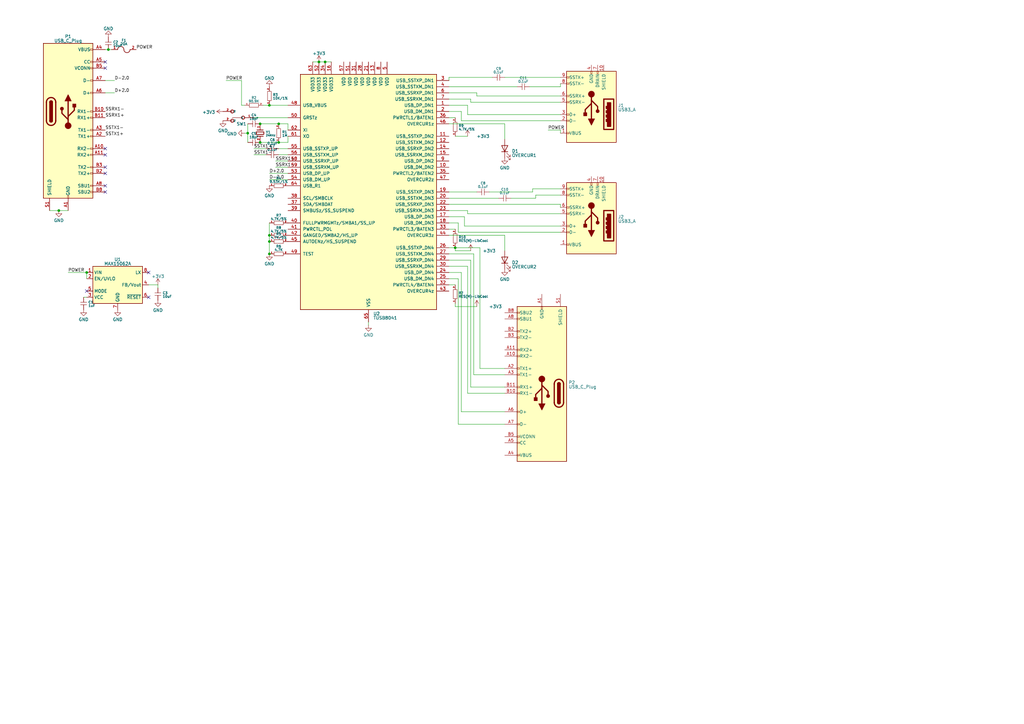
<source format=kicad_sch>
(kicad_sch (version 20220126) (generator eeschema)
  (paper "A3")
  (lib_symbols
    (symbol "Connector:USB3_A" (pin_names (offset 1.016))
      (property "Reference" "J" (at -10.16 15.24 0))
      (property "Value" "USB3_A" (at 10.16 15.24 0))
      (symbol "USB3_A_0_0"
        (rectangle (start -9.144 8.636) (end -5.08 -3.81) (stroke (width 0.508)))
        (rectangle (start -7.874 7.366) (end -6.604 -2.286) (stroke (width 0.508)) (fill (type outline)))
        (rectangle (start -6.35 0) (end -6.096 -0.762) (stroke (width 0.508)))
        (rectangle (start -6.35 1.778) (end -6.096 1.016) (stroke (width 0.508)))
        (rectangle (start -6.35 3.556) (end -6.096 2.794) (stroke (width 0.508)))
        (rectangle (start -6.35 5.334) (end -6.096 4.572) (stroke (width 0.508)))
        (rectangle (start -2.794 -15.24) (end -2.286 -14.224))
        (rectangle (start -0.254 -15.24) (end 0.254 -14.224))
        (rectangle (start 10.16 -12.446) (end 9.144 -12.954))
        (rectangle (start 10.16 -9.906) (end 9.144 -10.414))
        (rectangle (start 10.16 -4.826) (end 9.144 -5.334))
        (rectangle (start 10.16 -2.286) (end 9.144 -2.794))
        (rectangle (start 10.16 2.794) (end 9.144 2.286))
        (rectangle (start 10.16 5.334) (end 9.144 4.826))
        (rectangle (start 10.16 10.414) (end 9.144 9.906))
      )
      (symbol "USB3_A_0_1"
        (rectangle (start -10.16 13.97) (end 10.16 -15.24) (stroke (width 0.254)) (fill (type background)))
      )
      (symbol "USB3_A_1_1"
        (circle (center -2.54 1.143) (radius 0.635) (stroke (width 0.254)) (fill (type outline)))
        (circle (center 0 -5.842) (radius 1.27) (fill (type outline)))
        (polyline (pts (xy 0 -5.842) (xy 0 4.318)) (stroke (width 0.508)))
        (polyline (pts (xy 0 -3.302) (xy -2.54 -0.762) (xy -2.54 0.508)) (stroke (width 0.508)))
        (polyline (pts (xy 0 -2.032) (xy 2.54 0.508) (xy 2.54 1.778)) (stroke (width 0.508)))
        (polyline (pts (xy -1.27 4.318) (xy 0 6.858) (xy 1.27 4.318) (xy -1.27 4.318)) (stroke (width 0.254)) (fill (type outline)))
        (rectangle (start 1.905 1.778) (end 3.175 3.048) (stroke (width 0.254)) (fill (type outline)))
        (pin power_in line (at 12.7 10.16 180) (length 2.54) (name "VBUS") (number "1"))
        (pin passive line (at -5.08 -17.78 90) (length 2.54) (name "SHIELD") (number "10"))
        (pin bidirectional line (at 12.7 5.08 180) (length 2.54) (name "D-") (number "2"))
        (pin bidirectional line (at 12.7 2.54 180) (length 2.54) (name "D+") (number "3"))
        (pin power_in line (at 0 -17.78 90) (length 2.54) (name "GND") (number "4"))
        (pin output line (at 12.7 -2.54 180) (length 2.54) (name "SSRX-") (number "5"))
        (pin output line (at 12.7 -5.08 180) (length 2.54) (name "SSRX+") (number "6"))
        (pin passive line (at -2.54 -17.78 90) (length 2.54) (name "DRAIN") (number "7"))
        (pin input line (at 12.7 -10.16 180) (length 2.54) (name "SSTX-") (number "8"))
        (pin input line (at 12.7 -12.7 180) (length 2.54) (name "SSTX+") (number "9"))
      )
    )
    (symbol "Connector:USB_C_Plug" (pin_names (offset 1.016))
      (property "Reference" "P" (at -10.16 29.21 0))
      (property "Value" "USB_C_Plug" (at 10.16 29.21 0))
      (symbol "USB_C_Plug_0_0"
        (rectangle (start -0.254 -35.56) (end 0.254 -34.544))
        (rectangle (start 10.16 -32.766) (end 9.144 -33.274))
        (rectangle (start 10.16 -30.226) (end 9.144 -30.734))
        (rectangle (start 10.16 -25.146) (end 9.144 -25.654))
        (rectangle (start 10.16 -22.606) (end 9.144 -23.114))
        (rectangle (start 10.16 -17.526) (end 9.144 -18.034))
        (rectangle (start 10.16 -14.986) (end 9.144 -15.494))
        (rectangle (start 10.16 -9.906) (end 9.144 -10.414))
        (rectangle (start 10.16 -7.366) (end 9.144 -7.874))
        (rectangle (start 10.16 -2.286) (end 9.144 -2.794))
        (rectangle (start 10.16 0.254) (end 9.144 -0.254))
        (rectangle (start 10.16 7.874) (end 9.144 7.366))
        (rectangle (start 10.16 12.954) (end 9.144 12.446))
        (rectangle (start 10.16 18.034) (end 9.144 17.526))
        (rectangle (start 10.16 20.574) (end 9.144 20.066))
        (rectangle (start 10.16 25.654) (end 9.144 25.146))
      )
      (symbol "USB_C_Plug_0_1"
        (rectangle (start -10.16 27.94) (end 10.16 -35.56) (stroke (width 0.254)) (fill (type background)))
        (arc (start -8.89 -3.81) (mid -6.985 -5.7067) (end -5.08 -3.81) (stroke (width 0.508)))
        (arc (start -7.62 -3.81) (mid -6.985 -4.4422) (end -6.35 -3.81) (stroke (width 0.254)))
        (arc (start -7.62 -3.81) (mid -6.985 -4.4422) (end -6.35 -3.81) (stroke (width 0.254)) (fill (type outline)))
        (rectangle (start -7.62 -3.81) (end -6.35 3.81) (stroke (width 0.254)) (fill (type outline)))
        (arc (start -6.35 3.81) (mid -6.985 4.4422) (end -7.62 3.81) (stroke (width 0.254)))
        (arc (start -6.35 3.81) (mid -6.985 4.4422) (end -7.62 3.81) (stroke (width 0.254)) (fill (type outline)))
        (arc (start -5.08 3.81) (mid -6.985 5.7067) (end -8.89 3.81) (stroke (width 0.508)))
        (polyline (pts (xy -8.89 -3.81) (xy -8.89 3.81)) (stroke (width 0.508)))
        (polyline (pts (xy -5.08 3.81) (xy -5.08 -3.81)) (stroke (width 0.508)))
      )
      (symbol "USB_C_Plug_1_1"
        (circle (center -2.54 1.143) (radius 0.635) (stroke (width 0.254)) (fill (type outline)))
        (circle (center 0 -5.842) (radius 1.27) (fill (type outline)))
        (polyline (pts (xy 0 -5.842) (xy 0 4.318)) (stroke (width 0.508)))
        (polyline (pts (xy 0 -3.302) (xy -2.54 -0.762) (xy -2.54 0.508)) (stroke (width 0.508)))
        (polyline (pts (xy 0 -2.032) (xy 2.54 0.508) (xy 2.54 1.778)) (stroke (width 0.508)))
        (polyline (pts (xy -1.27 4.318) (xy 0 6.858) (xy 1.27 4.318) (xy -1.27 4.318)) (stroke (width 0.254)) (fill (type outline)))
        (rectangle (start 1.905 1.778) (end 3.175 3.048) (stroke (width 0.254)) (fill (type outline)))
        (pin passive line (at 0 -40.64 90) (length 5.08) (name "GND") (number "A1"))
        (pin bidirectional line (at 15.24 -15.24 180) (length 5.08) (name "RX2-") (number "A10"))
        (pin bidirectional line (at 15.24 -17.78 180) (length 5.08) (name "RX2+") (number "A11"))
        (pin passive line (at 0 -40.64 90) (length 5.08) hide (name "GND") (number "A12"))
        (pin bidirectional line (at 15.24 -10.16 180) (length 5.08) (name "TX1+") (number "A2"))
        (pin bidirectional line (at 15.24 -7.62 180) (length 5.08) (name "TX1-") (number "A3"))
        (pin passive line (at 15.24 25.4 180) (length 5.08) (name "VBUS") (number "A4"))
        (pin bidirectional line (at 15.24 20.32 180) (length 5.08) (name "CC") (number "A5"))
        (pin bidirectional line (at 15.24 7.62 180) (length 5.08) (name "D+") (number "A6"))
        (pin bidirectional line (at 15.24 12.7 180) (length 5.08) (name "D-") (number "A7"))
        (pin bidirectional line (at 15.24 -30.48 180) (length 5.08) (name "SBU1") (number "A8"))
        (pin passive line (at 15.24 25.4 180) (length 5.08) hide (name "VBUS") (number "A9"))
        (pin passive line (at 0 -40.64 90) (length 5.08) hide (name "GND") (number "B1"))
        (pin bidirectional line (at 15.24 0 180) (length 5.08) (name "RX1-") (number "B10"))
        (pin bidirectional line (at 15.24 -2.54 180) (length 5.08) (name "RX1+") (number "B11"))
        (pin passive line (at 0 -40.64 90) (length 5.08) hide (name "GND") (number "B12"))
        (pin bidirectional line (at 15.24 -25.4 180) (length 5.08) (name "TX2+") (number "B2"))
        (pin bidirectional line (at 15.24 -22.86 180) (length 5.08) (name "TX2-") (number "B3"))
        (pin passive line (at 15.24 25.4 180) (length 5.08) hide (name "VBUS") (number "B4"))
        (pin bidirectional line (at 15.24 17.78 180) (length 5.08) (name "VCONN") (number "B5"))
        (pin bidirectional line (at 15.24 -33.02 180) (length 5.08) (name "SBU2") (number "B8"))
        (pin passive line (at 15.24 25.4 180) (length 5.08) hide (name "VBUS") (number "B9"))
        (pin passive line (at -7.62 -40.64 90) (length 5.08) (name "SHIELD") (number "S1"))
      )
    )
    (symbol "Device:LED" (pin_numbers hide) (pin_names (offset 1.016) hide)
      (property "Reference" "D" (at 0 2.54 0))
      (property "Value" "LED" (at 0 -2.54 0))
      (symbol "LED_0_1"
        (polyline (pts (xy -1.27 -1.27) (xy -1.27 1.27)) (stroke (width 0.254)))
        (polyline (pts (xy -1.27 0) (xy 1.27 0)))
        (polyline (pts (xy 1.27 -1.27) (xy 1.27 1.27) (xy -1.27 0) (xy 1.27 -1.27)) (stroke (width 0.254)))
        (polyline (pts (xy -3.048 -0.762) (xy -4.572 -2.286) (xy -3.81 -2.286) (xy -4.572 -2.286) (xy -4.572 -1.524)))
        (polyline (pts (xy -1.778 -0.762) (xy -3.302 -2.286) (xy -2.54 -2.286) (xy -3.302 -2.286) (xy -3.302 -1.524)))
      )
      (symbol "LED_1_1"
        (pin passive line (at -3.81 0 0) (length 2.54) (name "K") (number "1"))
        (pin passive line (at 3.81 0 180) (length 2.54) (name "A") (number "2"))
      )
    )
    (symbol "Interface_USB:TUSB8041" (pin_names (offset 1.016))
      (property "Reference" "U" (at 15.24 53.34 0))
      (property "Value" "TUSB8041" (at 15.24 50.8 0))
      (symbol "TUSB8041_0_1"
        (rectangle (start -27.94 48.26) (end 27.94 -48.26) (stroke (width 0.254)) (fill (type background)))
      )
      (symbol "TUSB8041_1_1"
        (pin bidirectional line (at 33.02 35.56 180) (length 5.08) (name "USB_DP_DN1") (number "1"))
        (pin bidirectional line (at 33.02 10.16 180) (length 5.08) (name "USB_DM_DN2") (number "10"))
        (pin output line (at 33.02 22.86 180) (length 5.08) (name "USB_SSTXP_DN2") (number "11"))
        (pin output line (at 33.02 20.32 180) (length 5.08) (name "USB_SSTXM_DN2") (number "12"))
        (pin power_in line (at 2.54 53.34 270) (length 5.08) (name "VDD") (number "13"))
        (pin input line (at 33.02 17.78 180) (length 5.08) (name "USB_SSRXP_DN2") (number "14"))
        (pin input line (at 33.02 15.24 180) (length 5.08) (name "USB_SSRXM_DN2") (number "15"))
        (pin power_in line (at -15.24 53.34 270) (length 5.08) (name "VDD33") (number "16"))
        (pin bidirectional line (at 33.02 -10.16 180) (length 5.08) (name "USB_DP_DN3") (number "17"))
        (pin bidirectional line (at 33.02 -12.7 180) (length 5.08) (name "USB_DM_DN3") (number "18"))
        (pin output line (at 33.02 0 180) (length 5.08) (name "USB_SSTXP_DN3") (number "19"))
        (pin bidirectional line (at 33.02 33.02 180) (length 5.08) (name "USB_DM_DN1") (number "2"))
        (pin output line (at 33.02 -2.54 180) (length 5.08) (name "USB_SSTXM_DN3") (number "20"))
        (pin power_in line (at 0 53.34 270) (length 5.08) (name "VDD") (number "21"))
        (pin input line (at 33.02 -5.08 180) (length 5.08) (name "USB_SSRXP_DN3") (number "22"))
        (pin input line (at 33.02 -7.62 180) (length 5.08) (name "USB_SSRXM_DN3") (number "23"))
        (pin bidirectional line (at 33.02 -33.02 180) (length 5.08) (name "USB_DP_DN4") (number "24"))
        (pin bidirectional line (at 33.02 -35.56 180) (length 5.08) (name "USB_DM_DN4") (number "25"))
        (pin output line (at 33.02 -22.86 180) (length 5.08) (name "USB_SSTXP_DN4") (number "26"))
        (pin output line (at 33.02 -25.4 180) (length 5.08) (name "USB_SSTXM_DN4") (number "27"))
        (pin power_in line (at -2.54 53.34 270) (length 5.08) (name "VDD") (number "28"))
        (pin input line (at 33.02 -27.94 180) (length 5.08) (name "USB_SSRXP_DN4") (number "29"))
        (pin output line (at 33.02 45.72 180) (length 5.08) (name "USB_SSTXP_DN1") (number "3"))
        (pin input line (at 33.02 -30.48 180) (length 5.08) (name "USB_SSRXM_DN4") (number "30"))
        (pin power_in line (at -5.08 53.34 270) (length 5.08) (name "VDD") (number "31"))
        (pin bidirectional line (at 33.02 -38.1 180) (length 5.08) (name "PWRCTL4/BATEN4") (number "32"))
        (pin bidirectional line (at 33.02 -15.24 180) (length 5.08) (name "PWRCTL3/BATEN3") (number "33"))
        (pin power_in line (at -17.78 53.34 270) (length 5.08) (name "VDD33") (number "34"))
        (pin bidirectional line (at 33.02 7.62 180) (length 5.08) (name "PWRCTL2/BATEN2") (number "35"))
        (pin bidirectional line (at 33.02 30.48 180) (length 5.08) (name "PWRCTL1/BATEN1") (number "36"))
        (pin bidirectional line (at -33.02 -5.08 0) (length 5.08) (name "SDA/SMBDAT") (number "37"))
        (pin bidirectional line (at -33.02 -2.54 0) (length 5.08) (name "SCL/SMBCLK") (number "38"))
        (pin bidirectional line (at -33.02 -7.62 0) (length 5.08) (name "SMBUSz/SS_SUSPEND") (number "39"))
        (pin output line (at 33.02 43.18 180) (length 5.08) (name "USB_SSTXM_DN1") (number "4"))
        (pin bidirectional line (at -33.02 -12.7 0) (length 5.08) (name "FULLPWRMGMTz/SMBA1/SS_UP") (number "40"))
        (pin bidirectional line (at -33.02 -15.24 0) (length 5.08) (name "PWRCTL_POL") (number "41"))
        (pin bidirectional line (at -33.02 -17.78 0) (length 5.08) (name "GANGED/SMBA2/HS_UP") (number "42"))
        (pin input line (at 33.02 -40.64 180) (length 5.08) (name "OVERCUR4z") (number "43"))
        (pin input line (at 33.02 -17.78 180) (length 5.08) (name "OVERCUR3z") (number "44"))
        (pin bidirectional line (at -33.02 -20.32 0) (length 5.08) (name "AUTOENz/HS_SUSPEND") (number "45"))
        (pin input line (at 33.02 27.94 180) (length 5.08) (name "OVERCUR1z") (number "46"))
        (pin input line (at 33.02 5.08 180) (length 5.08) (name "OVERCUR2z") (number "47"))
        (pin input line (at -33.02 35.56 0) (length 5.08) (name "USB_VBUS") (number "48"))
        (pin input line (at -33.02 -25.4 0) (length 5.08) (name "TEST") (number "49"))
        (pin power_in line (at 7.62 53.34 270) (length 5.08) (name "VDD") (number "5"))
        (pin input line (at -33.02 30.48 0) (length 5.08) (name "GRSTz") (number "50"))
        (pin power_in line (at -7.62 53.34 270) (length 5.08) (name "VDD") (number "51"))
        (pin power_in line (at -20.32 53.34 270) (length 5.08) (name "VDD33") (number "52"))
        (pin bidirectional line (at -33.02 7.62 0) (length 5.08) (name "USB_DP_UP") (number "53"))
        (pin bidirectional line (at -33.02 5.08 0) (length 5.08) (name "USB_DM_UP") (number "54"))
        (pin output line (at -33.02 17.78 0) (length 5.08) (name "USB_SSTXP_UP") (number "55"))
        (pin output line (at -33.02 15.24 0) (length 5.08) (name "USB_SSTXM_UP") (number "56"))
        (pin power_in line (at -10.16 53.34 270) (length 5.08) (name "VDD") (number "57"))
        (pin input line (at -33.02 12.7 0) (length 5.08) (name "USB_SSRXP_UP") (number "58"))
        (pin input line (at -33.02 10.16 0) (length 5.08) (name "USB_SSRXM_UP") (number "59"))
        (pin input line (at 33.02 40.64 180) (length 5.08) (name "USB_SSRXP_DN1") (number "6"))
        (pin no_connect line (at 33.02 -45.72 180) (length 5.08) hide (name "NC") (number "60"))
        (pin output line (at -33.02 22.86 0) (length 5.08) (name "XO") (number "61"))
        (pin input line (at -33.02 25.4 0) (length 5.08) (name "XI") (number "62"))
        (pin power_in line (at -22.86 53.34 270) (length 5.08) (name "VDD33") (number "63"))
        (pin input line (at -33.02 2.54 0) (length 5.08) (name "USB_R1") (number "64"))
        (pin power_in line (at 0 -53.34 90) (length 5.08) (name "VSS") (number "65"))
        (pin input line (at 33.02 38.1 180) (length 5.08) (name "USB_SSRXM_DN1") (number "7"))
        (pin power_in line (at 5.08 53.34 270) (length 5.08) (name "VDD") (number "8"))
        (pin bidirectional line (at 33.02 12.7 180) (length 5.08) (name "USB_DP_DN2") (number "9"))
      )
    )
    (symbol "Lib1:+3.3V-power" (power) (pin_names (offset 0))
      (property "Value" "+3.3V-power" (at 0 3.556 0))
      (symbol "+3.3V-power_0_1"
        (polyline (pts (xy -0.762 1.27) (xy 0 2.54)))
        (polyline (pts (xy 0 0) (xy 0 2.54)))
        (polyline (pts (xy 0 2.54) (xy 0.762 1.27)))
      )
      (symbol "+3.3V-power_1_1"
        (pin power_in line (at 0 0 90) (length 0) hide (name "+3V3") (number "1"))
      )
    )
    (symbol "Lib1:C(MM)-LibCool" (pin_numbers hide) (pin_names (offset 0.254))
      (property "Reference" "C" (at -1.27 2.54 0))
      (property "Value" "C(MM)-LibCool" (at -2.54 -2.54 0))
      (symbol "C(MM)-LibCool_0_1"
        (polyline (pts (xy -0.508 1.27) (xy -0.508 -1.27)))
        (polyline (pts (xy 0.508 1.27) (xy 0.508 -1.27)))
      )
      (symbol "C(MM)-LibCool_1_1"
        (pin passive line (at -2.54 0 0) (length 2.032) (name "~") (number "1"))
        (pin passive line (at 2.54 0 180) (length 2.032) (name "~") (number "2"))
      )
    )
    (symbol "Lib1:DOUBLE_KEY"
      (property "Reference" "SW" (at 0 0 0))
      (property "Value" "DOUBLE_KEY" (at 0 2.54 0))
      (symbol "DOUBLE_KEY_0_1"
        (circle (center -1.905 -2.54) (radius 0.635) (stroke (width 0.3048)))
        (polyline (pts (xy -1.27 -2.54) (xy 2.54 -2.54)) (stroke (width 0.1524)))
        (circle (center 2.54 -3.81) (radius 0.635) (stroke (width 0.3048)))
        (circle (center 2.54 0) (radius 0.635) (stroke (width 0.3048)))
      )
      (symbol "DOUBLE_KEY_1_1"
        (pin input line (at -6.35 -2.54 0) (length 3.81) (name "1") (number "1"))
        (pin input line (at 6.35 -3.81 180) (length 3.81) (name "2") (number "2"))
        (pin input line (at 6.35 0 180) (length 3.81) (name "2") (number "2"))
      )
    )
    (symbol "Lib1:FUSE*-LibCool" (pin_names (offset 0.254))
      (property "Reference" "F" (at 2.54 1.27 0))
      (property "Value" "FUSE*-LibCool" (at -2.54 -1.27 0))
      (symbol "FUSE*-LibCool_0_1"
        (arc (start 0 0) (mid -1.27 1.2645) (end -2.54 0) (stroke (width 0.254)))
        (arc (start 0 0) (mid 1.27 -1.2645) (end 2.54 0) (stroke (width 0.254)))
      )
      (symbol "FUSE*-LibCool_1_1"
        (pin input line (at -5.08 0 0) (length 2.54) (name "~") (number "1"))
        (pin input line (at 5.08 0 180) (length 2.54) (name "~") (number "2"))
      )
    )
    (symbol "Lib1:GND-power" (power) (pin_names (offset 0))
      (property "Value" "GND-power" (at 0 -3.81 0))
      (symbol "GND-power_0_1"
        (polyline (pts (xy 0 0) (xy 0 -1.27) (xy 1.27 -1.27) (xy 0 -2.54) (xy -1.27 -1.27) (xy 0 -1.27)))
      )
      (symbol "GND-power_1_1"
        (pin power_in line (at 0 0 270) (length 0) hide (name "GND") (number "1"))
      )
    )
    (symbol "Lib1:OSC-LibCool" (pin_names (offset 1.016))
      (property "Reference" "Y" (at 2.54 -0.889 0))
      (property "Value" "OSC-LibCool" (at -2.794 -0.889 0))
      (symbol "OSC-LibCool_0_1"
        (rectangle (start -0.508 1.524) (end 0.508 -1.524) (stroke (width 0.3048)))
        (polyline (pts (xy 1.27 1.27) (xy 1.27 -1.27)) (stroke (width 0.3048)))
        (polyline (pts (xy -1.27 1.27) (xy -1.27 0) (xy -1.27 -1.27)) (stroke (width 0.3048)))
      )
      (symbol "OSC-LibCool_1_1"
        (pin input line (at -3.81 0 0) (length 2.54) (name "~") (number "1"))
        (pin input line (at 3.81 0 180) (length 2.54) (name "~") (number "2"))
      )
    )
    (symbol "Lib1:RES(M)-LibCool" (pin_names (offset 1.016))
      (property "Reference" "R" (at 0 1.905 0))
      (property "Value" "RES(M)-LibCool" (at 0 -1.905 0))
      (symbol "RES(M)-LibCool_0_1"
        (rectangle (start -1.905 0.762) (end 1.905 -0.762))
      )
      (symbol "RES(M)-LibCool_1_1"
        (pin input line (at -3.81 0 0) (length 1.905) (name "~") (number "1"))
        (pin input line (at 3.81 0 180) (length 1.905) (name "~") (number "2"))
      )
    )
    (symbol "Regulator_Switching:MAX15062A"
      (property "Reference" "U" (at -10.16 11.43 0))
      (property "Value" "MAX15062A" (at -10.16 8.89 0))
      (symbol "MAX15062A_0_1"
        (rectangle (start -10.16 7.62) (end 10.16 -7.62) (stroke (width 0.254)) (fill (type background)))
      )
      (symbol "MAX15062A_1_1"
        (pin power_in line (at -12.7 5.08 0) (length 2.54) (name "VIN") (number "1"))
        (pin input line (at -12.7 2.54 0) (length 2.54) (name "EN/UVLO") (number "2"))
        (pin power_out line (at -12.7 -5.08 0) (length 2.54) (name "VCC") (number "3"))
        (pin input line (at 12.7 0 180) (length 2.54) (name "FB/Vout") (number "4"))
        (pin input line (at -12.7 -2.54 0) (length 2.54) (name "MODE") (number "5"))
        (pin open_collector line (at 12.7 -5.08 180) (length 2.54) (name "~{RESET}") (number "6"))
        (pin power_in line (at 0 -10.16 90) (length 2.54) (name "GND") (number "7"))
        (pin power_out line (at 12.7 5.08 180) (length 2.54) (name "LX") (number "8"))
      )
    )
  )
  (junction (at 110.49 104.14))
  (junction (at 133.35 25.4))
  (junction (at 101.6 54.61))
  (junction (at 110.49 43.18))
  (junction (at 130.81 25.4))
  (junction (at 44.45 20.32))
  (junction (at 35.56 111.76))
  (junction (at 186.69 101.6))
  (junction (at 24.13 86.36))
  (junction (at 114.3 50.8))
  (junction (at 106.68 58.42))
  (junction (at 110.49 99.06))
  (junction (at 106.68 50.8))
  (junction (at 110.49 96.52))
  (junction (at 114.3 58.42))
  (no_connect (at 35.56 119.38))
  (no_connect (at 60.96 111.76))
  (no_connect (at 60.96 121.92))
  (no_connect (at 43.18 25.4))
  (no_connect (at 43.18 27.94))
  (no_connect (at 43.18 60.96))
  (no_connect (at 43.18 63.5))
  (no_connect (at 43.18 68.58))
  (no_connect (at 43.18 71.12))
  (no_connect (at 43.18 76.2))
  (no_connect (at 43.18 78.74))
  (wire (pts (xy 110.49 43.18) (xy 118.11 43.18)))
  (wire (pts (xy 114.3 58.42) (xy 118.11 58.42)))
  (wire (pts (xy 187.96 95.25) (xy 229.87 95.25)))
  (wire (pts (xy 118.11 53.34) (xy 118.11 50.8)))
  (wire (pts (xy 190.5 88.9) (xy 190.5 92.71)))
  (wire (pts (xy 186.69 124.46) (xy 186.69 125.73)))
  (wire (pts (xy 184.15 50.8) (xy 207.01 50.8)))
  (wire (pts (xy 110.49 96.52) (xy 110.49 99.06)))
  (wire (pts (xy 229.87 87.63) (xy 191.77 87.63)))
  (wire (pts (xy 193.04 106.68) (xy 193.04 158.75)))
  (wire (pts (xy 186.69 55.88) (xy 191.77 55.88)))
  (wire (pts (xy 106.68 58.42) (xy 114.3 58.42)))
  (wire (pts (xy 92.71 33.02) (xy 99.06 33.02)))
  (wire (pts (xy 218.44 77.47) (xy 229.87 77.47)))
  (wire (pts (xy 107.95 43.18) (xy 110.49 43.18)))
  (wire (pts (xy 113.03 68.58) (xy 118.11 68.58)))
  (wire (pts (xy 43.18 20.32) (xy 44.45 20.32)))
  (wire (pts (xy 191.77 43.18) (xy 184.15 43.18)))
  (wire (pts (xy 128.27 25.4) (xy 130.81 25.4)))
  (wire (pts (xy 219.71 80.01) (xy 219.71 81.28)))
  (wire (pts (xy 229.87 46.99) (xy 191.77 46.99)))
  (wire (pts (xy 114.3 63.5) (xy 118.11 63.5)))
  (wire (pts (xy 191.77 109.22) (xy 191.77 161.29)))
  (wire (pts (xy 187.96 173.99) (xy 207.01 173.99)))
  (wire (pts (xy 184.15 88.9) (xy 190.5 88.9)))
  (wire (pts (xy 204.4877 81.28) (xy 184.15 81.28)))
  (wire (pts (xy 184.15 83.82) (xy 229.87 83.82)))
  (wire (pts (xy 104.14 63.5) (xy 109.22 63.5)))
  (wire (pts (xy 60.96 116.84) (xy 64.77 116.84)))
  (wire (pts (xy 101.6 54.61) (xy 100.33 54.61)))
  (wire (pts (xy 184.15 109.22) (xy 191.77 109.22)))
  (wire (pts (xy 184.15 111.76) (xy 189.23 111.76)))
  (wire (pts (xy 193.04 158.75) (xy 207.01 158.75)))
  (wire (pts (xy 189.23 49.53) (xy 229.87 49.53)))
  (wire (pts (xy 27.94 111.76) (xy 35.56 111.76)))
  (wire (pts (xy 34.29 121.92) (xy 35.56 121.92)))
  (wire (pts (xy 193.04 41.91) (xy 229.87 41.91)))
  (wire (pts (xy 186.69 102.87) (xy 186.69 101.6)))
  (wire (pts (xy 191.77 161.29) (xy 207.01 161.29)))
  (wire (pts (xy 114.3 50.8) (xy 118.11 50.8)))
  (wire (pts (xy 207.01 96.52) (xy 207.01 102.87)))
  (wire (pts (xy 184.15 40.64) (xy 193.04 40.64)))
  (wire (pts (xy 195.58 38.1) (xy 184.15 38.1)))
  (wire (pts (xy 184.15 93.98) (xy 186.69 93.98)))
  (wire (pts (xy 229.87 80.01) (xy 219.71 80.01)))
  (wire (pts (xy 196.85 101.6) (xy 196.85 151.13)))
  (wire (pts (xy 104.14 48.26) (xy 118.11 48.26)))
  (wire (pts (xy 194.31 153.67) (xy 207.01 153.67)))
  (wire (pts (xy 114.3 60.96) (xy 118.11 60.96)))
  (wire (pts (xy 193.04 102.87) (xy 186.69 102.87)))
  (wire (pts (xy 229.87 31.75) (xy 207.01 31.75)))
  (wire (pts (xy 151.13 132.08) (xy 151.13 133.35)))
  (wire (pts (xy 99.06 33.02) (xy 99.06 43.18)))
  (wire (pts (xy 24.13 86.36) (xy 27.94 86.36)))
  (wire (pts (xy 184.15 35.56) (xy 212.09 35.56)))
  (wire (pts (xy 110.49 71.12) (xy 118.11 71.12)))
  (wire (pts (xy 195.58 39.37) (xy 195.58 38.1)))
  (wire (pts (xy 200.66 78.74) (xy 218.44 78.74)))
  (wire (pts (xy 184.15 104.14) (xy 194.31 104.14)))
  (wire (pts (xy 184.15 48.26) (xy 186.69 48.26)))
  (wire (pts (xy 101.6 54.61) (xy 101.6 58.42)))
  (wire (pts (xy 190.5 92.71) (xy 229.87 92.71)))
  (wire (pts (xy 184.15 96.52) (xy 207.01 96.52)))
  (wire (pts (xy 184.15 78.74) (xy 195.58 78.74)))
  (wire (pts (xy 229.87 39.37) (xy 195.58 39.37)))
  (wire (pts (xy 106.68 50.8) (xy 114.3 50.8)))
  (wire (pts (xy 189.23 111.76) (xy 189.23 168.91)))
  (wire (pts (xy 189.23 45.72) (xy 189.23 49.53)))
  (wire (pts (xy 184.15 91.44) (xy 187.96 91.44)))
  (wire (pts (xy 187.96 91.44) (xy 187.96 95.25)))
  (wire (pts (xy 110.49 91.44) (xy 110.49 96.52)))
  (wire (pts (xy 186.69 101.6) (xy 196.85 101.6)))
  (wire (pts (xy 196.85 151.13) (xy 207.01 151.13)))
  (wire (pts (xy 193.04 40.64) (xy 193.04 41.91)))
  (wire (pts (xy 184.15 116.84) (xy 186.69 116.84)))
  (wire (pts (xy 207.01 50.8) (xy 207.01 57.15)))
  (wire (pts (xy 20.32 86.36) (xy 24.13 86.36)))
  (wire (pts (xy 35.56 111.76) (xy 35.56 114.3)))
  (wire (pts (xy 229.87 53.34) (xy 229.87 54.61)))
  (wire (pts (xy 219.71 81.28) (xy 209.5677 81.28)))
  (wire (pts (xy 229.87 83.82) (xy 229.87 85.09)))
  (wire (pts (xy 229.87 35.56) (xy 229.87 34.29)))
  (wire (pts (xy 201.93 31.75) (xy 184.15 31.75)))
  (wire (pts (xy 99.06 43.18) (xy 100.33 43.18)))
  (wire (pts (xy 133.35 25.4) (xy 135.89 25.4)))
  (wire (pts (xy 43.18 38.1) (xy 46.99 38.1)))
  (wire (pts (xy 217.17 35.56) (xy 229.87 35.56)))
  (wire (pts (xy 184.15 31.75) (xy 184.15 33.02)))
  (wire (pts (xy 101.6 50.8) (xy 101.6 54.61)))
  (wire (pts (xy 104.14 60.96) (xy 109.22 60.96)))
  (wire (pts (xy 44.45 20.32) (xy 45.72 20.32)))
  (wire (pts (xy 184.15 45.72) (xy 189.23 45.72)))
  (wire (pts (xy 191.77 86.36) (xy 184.15 86.36)))
  (wire (pts (xy 184.15 114.3) (xy 187.96 114.3)))
  (wire (pts (xy 184.15 106.68) (xy 193.04 106.68)))
  (wire (pts (xy 118.11 55.88) (xy 118.11 58.42)))
  (wire (pts (xy 218.44 78.74) (xy 218.44 77.47)))
  (wire (pts (xy 224.79 53.34) (xy 229.87 53.34)))
  (wire (pts (xy 186.69 125.73) (xy 195.58 125.73)))
  (wire (pts (xy 187.96 114.3) (xy 187.96 173.99)))
  (wire (pts (xy 130.81 25.4) (xy 133.35 25.4)))
  (wire (pts (xy 113.03 66.04) (xy 118.11 66.04)))
  (wire (pts (xy 110.49 99.06) (xy 110.49 104.14)))
  (wire (pts (xy 64.77 116.84) (xy 64.77 118.11)))
  (wire (pts (xy 191.77 87.63) (xy 191.77 86.36)))
  (wire (pts (xy 189.23 168.91) (xy 207.01 168.91)))
  (wire (pts (xy 191.77 46.99) (xy 191.77 43.18)))
  (wire (pts (xy 194.31 104.14) (xy 194.31 153.67)))
  (wire (pts (xy 184.15 101.6) (xy 186.69 101.6)))
  (wire (pts (xy 110.49 73.66) (xy 118.11 73.66)))
  (wire (pts (xy 43.18 33.02) (xy 46.99 33.02)))
  (label "POWER" (at 92.71 33.02 0))
  (label "D+2.0" (at 110.49 71.12 0))
  (label "SSTX1+" (at 104.14 60.96 0))
  (label "D-2.0" (at 110.49 73.66 0))
  (label "SSTX1-" (at 43.18 53.34 0))
  (label "SSRX1+" (at 113.03 66.04 0))
  (label "SSRX1+" (at 43.18 48.26 0))
  (label "POWER" (at 55.88 20.32 0))
  (label "SSTX1+" (at 43.18 55.88 0))
  (label "SSRX1-" (at 43.18 45.72 0))
  (label "POWER" (at 224.79 53.34 0))
  (label "POWER" (at 27.94 111.76 0))
  (label "SSTX1-" (at 104.14 63.5 0))
  (label "D-2.0" (at 46.99 33.02 0))
  (label "SSRX1-" (at 113.03 68.58 0))
  (label "D+2.0" (at 46.99 38.1 0))
  (symbol (lib_id "Lib1:GND-power") (at 48.26 127 0) (unit 1)
    (property "Reference" "#PWR03" (effects hide))
    (property "Value" "GND-power" (at 48.26 131.0561 0))
  )
  (symbol (lib_id "Lib1:C(MM)-LibCool") (at 111.76 60.96 0) (unit 1)
    (property "Reference" "C6" (at 111.76 57.3566 0) (effects (font (size 0.9906 0.9906))))
    (property "Value" "0.1uF" (at 111.76 58.787 0) (effects (font (size 0.9906 0.9906))))
  )
  (symbol (lib_id "Lib1:GND-power") (at 100.33 54.61 270) (unit 1)
    (property "Reference" "#PWR08" (effects hide))
    (property "Value" "GND-power" (at 97.155 54.8966 90) (effects (justify right)))
  )
  (symbol (lib_id "Lib1:C(MM)-LibCool") (at 111.76 63.5 0) (unit 1)
    (property "Reference" "C7" (at 111.76 59.8966 0) (effects (font (size 0.9906 0.9906))))
    (property "Value" "0.1uF" (at 111.76 61.327 0) (effects (font (size 0.9906 0.9906))))
  )
  (symbol (lib_id "Lib1:FUSE*-LibCool") (at 50.8 20.32 0) (unit 1)
    (property "Reference" "F1" (at 50.8 16.5612 0) (effects (font (size 1.016 1.016))))
    (property "Value" "20A" (at 50.8 18.0218 0) (effects (font (size 1.016 1.016))))
  )
  (symbol (lib_id "Regulator_Switching:MAX15062A") (at 48.26 116.84 0) (unit 1)
    (property "Reference" "U1" (at 48.26 106.3879 0))
    (property "Value" "MAX15062A" (at 48.26 108.1501 0))
    (property "Footprint" "Package_DFN_QFN:DFN-8_2x2mm_P0.5mm" (effects hide))
    (property "Datasheet" "http://datasheets.maximintegrated.com/en/ds/MAX15062.pdf" (effects hide))
  )
  (symbol (lib_id "Lib1:C(MM)-LibCool") (at 104.14 50.8 0) (unit 1)
    (property "Reference" "C4" (at 104.14 47.1966 0) (effects (font (size 0.9906 0.9906))))
    (property "Value" "18pF" (at 104.14 48.627 0) (effects (font (size 0.9906 0.9906))))
  )
  (symbol (lib_id "Connector:USB3_A") (at 242.57 44.45 180) (unit 1)
    (property "Reference" "J1" (at 253.492 43.2205 0) (effects (justify right)))
    (property "Value" "USB3_A" (at 253.492 44.9827 0) (effects (justify right)))
  )
  (symbol (lib_id "Lib1:C(MM)-LibCool") (at 104.14 58.42 0) (unit 1)
    (property "Reference" "C5" (at 104.14 54.8166 0) (effects (font (size 0.9906 0.9906))))
    (property "Value" "18pF" (at 104.14 56.247 0) (effects (font (size 0.9906 0.9906))))
  )
  (symbol (lib_id "Lib1:OSC-LibCool") (at 106.68 54.61 270) (unit 1)
    (property "Reference" "Y1" (at 108.9914 54.1932 90) (effects (font (size 1.016 1.016)) (justify left)))
    (property "Value" "24MHz" (at 108.9914 55.518 90) (effects (font (size 0.7874 0.7874)) (justify left)))
  )
  (symbol (lib_id "Lib1:+3.3V-power") (at 130.81 25.4 0) (unit 1)
    (property "Reference" "#PWR?" (effects hide))
    (property "Value" "+3.3V-power" (at 130.81 21.9171 0))
  )
  (symbol (lib_id "Connector:USB_C_Plug") (at 27.94 45.72 0) (unit 1)
    (property "Reference" "P1" (at 27.94 14.9479 0))
    (property "Value" "USB_C_Plug" (at 27.94 16.7101 0))
    (property "Datasheet" "https://www.usb.org/sites/default/files/documents/usb_type-c.zip" (effects hide))
  )
  (symbol (lib_id "Lib1:C(MM)-LibCool") (at 34.29 124.46 270) (unit 1)
    (property "Reference" "C1" (at 36.195 123.9684 90) (effects (font (size 0.9906 0.9906)) (justify left)))
    (property "Value" "1uF" (at 36.195 125.3988 90) (effects (font (size 0.9906 0.9906)) (justify left)))
  )
  (symbol (lib_id "Lib1:+3.3V-power") (at 91.44 45.72 90) (unit 1)
    (property "Reference" "#PWR06" (effects hide))
    (property "Value" "+3.3V-power" (at 88.2651 46.0066 90) (effects (justify left)))
  )
  (symbol (lib_id "Lib1:RES(M)-LibCool") (at 114.3 76.2 0) (unit 1)
    (property "Reference" "R4" (at 114.3 73.1046 0) (effects (font (size 0.9906 0.9906))))
    (property "Value" "9.53K/1%" (at 114.3 74.535 0) (effects (font (size 0.9906 0.9906))))
  )
  (symbol (lib_id "Lib1:RES(M)-LibCool") (at 110.49 39.37 90) (unit 1)
    (property "Reference" "R3" (at 111.887 38.8784 90) (effects (font (size 0.9906 0.9906)) (justify right)))
    (property "Value" "10K/1%" (at 111.887 40.3088 90) (effects (font (size 0.9906 0.9906)) (justify right)))
  )
  (symbol (lib_id "Lib1:GND-power") (at 34.29 127 0) (unit 1)
    (property "Reference" "#PWR01" (effects hide))
    (property "Value" "GND-power" (at 34.29 131.0561 0))
  )
  (symbol (lib_id "Lib1:GND-power") (at 151.13 133.35 0) (unit 1)
    (property "Reference" "#PWR0101" (effects hide))
    (property "Value" "GND-power" (at 151.13 137.4061 0))
  )
  (symbol (lib_id "Lib1:GND-power") (at 110.49 35.56 0) (mirror x) (unit 1)
    (property "Reference" "#PWR012" (effects hide))
    (property "Value" "GND-power" (at 110.49 32.0771 0))
  )
  (symbol (lib_id "Lib1:RES(M)-LibCool") (at 114.3 91.44 0) (unit 1)
    (property "Reference" "R7" (at 114.3 88.3446 0) (effects (font (size 0.9906 0.9906))))
    (property "Value" "4.7K/5%" (at 114.3 89.775 0) (effects (font (size 0.9906 0.9906))))
  )
  (symbol (lib_id "Lib1:RES(M)-LibCool") (at 186.69 52.07 90) (unit 1)
    (property "Reference" "R9" (at 188.087 51.5784 90) (effects (font (size 0.9906 0.9906)) (justify right)))
    (property "Value" "4.7K/5%" (at 188.087 53.0088 90) (effects (font (size 0.9906 0.9906)) (justify right)))
  )
  (symbol (lib_id "Lib1:GND-power") (at 44.45 15.24 0) (mirror x) (unit 1)
    (property "Reference" "#PWR02" (effects hide))
    (property "Value" "GND-power" (at 44.45 11.7571 0))
  )
  (symbol (lib_id "Lib1:RES(M)-LibCool") (at 104.14 43.18 0) (unit 1)
    (property "Reference" "R2" (at 104.14 40.0846 0) (effects (font (size 0.9906 0.9906))))
    (property "Value" "90.9K" (at 104.14 41.515 0) (effects (font (size 0.9906 0.9906))))
  )
  (symbol (lib_id "Lib1:C(MM)-LibCool") (at 214.63 35.56 0) (unit 1)
    (property "Reference" "C11" (at 214.63 31.9566 0) (effects (font (size 0.9906 0.9906))))
    (property "Value" "0.1uF" (at 214.63 33.387 0) (effects (font (size 0.9906 0.9906))))
  )
  (symbol (lib_id "Lib1:GND-power") (at 91.44 49.53 0) (unit 1)
    (property "Reference" "#PWR07" (effects hide))
    (property "Value" "GND-power" (at 91.44 53.5861 0))
  )
  (symbol (lib_id "Lib1:GND-power") (at 110.49 76.2 0) (unit 1)
    (property "Reference" "#PWR09" (effects hide))
    (property "Value" "GND-power" (at 110.49 80.2561 0))
  )
  (symbol (lib_id "Lib1:RES(M)-LibCool") (at 114.3 54.61 90) (unit 1)
    (property "Reference" "R1" (at 115.697 54.1184 90) (effects (font (size 0.9906 0.9906)) (justify right)))
    (property "Value" "1M" (at 115.697 55.5488 90) (effects (font (size 0.9906 0.9906)) (justify right)))
  )
  (symbol (lib_id "Interface_USB:TUSB8041") (at 151.13 78.74 0) (unit 1)
    (property "Reference" "U2" (at 153.0859 128.6431 0) (effects (justify left)))
    (property "Value" "TUSB8041" (at 153.0859 130.4053 0) (effects (justify left)))
    (property "Footprint" "Package_DFN_QFN:QFN-64-1EP_9x9mm_P0.5mm_EP6x6mm_ThermalVias" (effects hide))
    (property "Datasheet" "http://www.ti.com/lit/ds/symlink/tusb8041.pdf" (effects hide))
  )
  (symbol (lib_id "Lib1:C(MM)-LibCool") (at 207.0277 81.28 0) (unit 1)
    (property "Reference" "C10" (at 207.0277 77.6766 0) (effects (font (size 0.9906 0.9906))))
    (property "Value" "0.1uF" (at 207.0277 79.107 0) (effects (font (size 0.9906 0.9906))))
  )
  (symbol (lib_id "Lib1:GND-power") (at 207.01 110.49 0) (unit 1)
    (property "Reference" "#PWR016" (effects hide))
    (property "Value" "GND-power" (at 207.01 114.5461 0))
  )
  (symbol (lib_id "Lib1:DOUBLE_KEY") (at 97.79 45.72 0) (mirror y) (unit 1)
    (property "Reference" "SW1" (at 99.06 50.8 0))
    (property "Value" "DOUBLE_KEY" (effects hide))
  )
  (symbol (lib_id "Lib1:RES(M)-LibCool") (at 186.69 97.79 90) (unit 1)
    (property "Reference" "R10" (at 188.087 97.2984 90) (effects (font (size 0.9906 0.9906)) (justify right)))
    (property "Value" "RES(M)-LibCool" (at 188.087 98.7288 90) (effects (font (size 0.9906 0.9906)) (justify right)))
  )
  (symbol (lib_id "Lib1:RES(M)-LibCool") (at 114.3 104.14 0) (unit 1)
    (property "Reference" "R6" (at 114.3 101.0446 0) (effects (font (size 0.9906 0.9906))))
    (property "Value" "4.7K" (at 114.3 102.475 0) (effects (font (size 0.9906 0.9906))))
  )
  (symbol (lib_id "Device:LED") (at 207.01 60.96 90) (unit 1)
    (property "Reference" "D1" (at 209.931 61.953 90) (effects (justify right)))
    (property "Value" "OVERCUR1" (at 209.931 63.7152 90) (effects (justify right)))
  )
  (symbol (lib_id "Lib1:C(MM)-LibCool") (at 44.45 17.78 90) (unit 1)
    (property "Reference" "C2" (at 46.355 17.2884 90) (effects (font (size 0.9906 0.9906)) (justify right)))
    (property "Value" "10uF" (at 46.355 18.7188 90) (effects (font (size 0.9906 0.9906)) (justify right)))
  )
  (symbol (lib_id "Lib1:RES(M)-LibCool") (at 114.3 96.52 0) (unit 1)
    (property "Reference" "R8" (at 114.3 93.4246 0) (effects (font (size 0.9906 0.9906))))
    (property "Value" "4.7K/5%" (at 114.3 94.855 0) (effects (font (size 0.9906 0.9906))))
  )
  (symbol (lib_id "Lib1:+3.3V-power") (at 191.77 55.88 0) (unit 1)
    (property "Reference" "#PWR013" (effects hide))
    (property "Value" "+3.3V-power" (at 198.12 55.88 0))
  )
  (symbol (lib_id "Lib1:+3.3V-power") (at 195.58 125.73 0) (unit 1)
    (property "Reference" "#PWR?" (effects hide))
    (property "Value" "+3.3V-power" (at 203.2 125.73 0))
  )
  (symbol (lib_id "Lib1:C(MM)-LibCool") (at 198.12 78.74 0) (unit 1)
    (property "Reference" "C8" (at 198.12 75.1366 0) (effects (font (size 0.9906 0.9906))))
    (property "Value" "0.1uF" (at 198.12 76.567 0) (effects (font (size 0.9906 0.9906))))
  )
  (symbol (lib_id "Lib1:+3.3V-power") (at 193.04 102.87 0) (unit 1)
    (property "Reference" "#PWR014" (effects hide))
    (property "Value" "+3.3V-power" (at 200.66 102.87 0))
  )
  (symbol (lib_id "Lib1:C(MM)-LibCool") (at 204.47 31.75 0) (unit 1)
    (property "Reference" "C9" (at 204.47 28.1466 0) (effects (font (size 0.9906 0.9906))))
    (property "Value" "0.1uF" (at 204.47 29.577 0) (effects (font (size 0.9906 0.9906))))
  )
  (symbol (lib_id "Lib1:RES(M)-LibCool") (at 114.3 99.06 0) (unit 1)
    (property "Reference" "R5" (at 114.3 95.9646 0) (effects (font (size 0.9906 0.9906))))
    (property "Value" "4.7K/5%" (at 114.3 97.395 0) (effects (font (size 0.9906 0.9906))))
  )
  (symbol (lib_id "Lib1:+3.3V-power") (at 64.77 116.84 0) (unit 1)
    (property "Reference" "#PWR04" (effects hide))
    (property "Value" "+3.3V-power" (at 64.77 113.3571 0))
  )
  (symbol (lib_id "Lib1:GND-power") (at 64.77 123.19 0) (unit 1)
    (property "Reference" "#PWR05" (effects hide))
    (property "Value" "GND-power" (at 64.77 127.2461 0))
  )
  (symbol (lib_id "Lib1:C(MM)-LibCool") (at 64.77 120.65 270) (unit 1)
    (property "Reference" "C3" (at 66.675 120.1584 90) (effects (font (size 0.9906 0.9906)) (justify left)))
    (property "Value" "10uF" (at 66.675 121.5888 90) (effects (font (size 0.9906 0.9906)) (justify left)))
  )
  (symbol (lib_id "Lib1:GND-power") (at 110.49 104.14 0) (unit 1)
    (property "Reference" "#PWR010" (effects hide))
    (property "Value" "GND-power" (at 110.49 108.1961 0))
  )
  (symbol (lib_id "Lib1:RES(M)-LibCool") (at 186.69 120.65 90) (unit 1)
    (property "Reference" "R?" (at 188.087 120.1584 90) (effects (font (size 0.9906 0.9906)) (justify right)))
    (property "Value" "RES(M)-LibCool" (at 188.087 121.5888 90) (effects (font (size 0.9906 0.9906)) (justify right)))
  )
  (symbol (lib_id "Connector:USB_C_Plug") (at 222.25 161.29 180) (unit 1)
    (property "Reference" "P2" (at 233.172 156.8855 0) (effects (justify right)))
    (property "Value" "USB_C_Plug" (at 233.172 158.6477 0) (effects (justify right)))
    (property "Datasheet" "https://www.usb.org/sites/default/files/documents/usb_type-c.zip" (effects hide))
  )
  (symbol (lib_id "Lib1:GND-power") (at 207.01 64.77 0) (unit 1)
    (property "Reference" "#PWR015" (effects hide))
    (property "Value" "GND-power" (at 207.01 68.8261 0))
  )
  (symbol (lib_id "Lib1:GND-power") (at 24.13 86.36 0) (unit 1)
    (property "Reference" "#PWR011" (effects hide))
    (property "Value" "GND-power" (at 24.13 90.4161 0))
  )
  (symbol (lib_id "Connector:USB3_A") (at 242.57 90.17 180) (unit 1)
    (property "Reference" "J2" (at 253.492 88.9405 0) (effects (justify right)))
    (property "Value" "USB3_A" (at 253.492 90.7027 0) (effects (justify right)))
  )
  (symbol (lib_id "Device:LED") (at 207.01 106.68 90) (unit 1)
    (property "Reference" "D2" (at 209.931 107.673 90) (effects (justify right)))
    (property "Value" "OVERCUR2" (at 209.931 109.4352 90) (effects (justify right)))
  )
)
</source>
